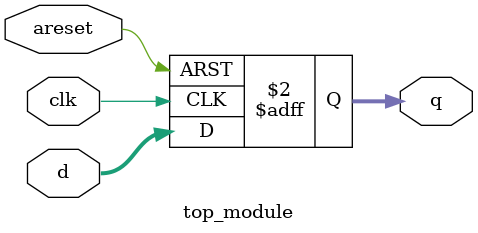
<source format=sv>
module top_module(
    input clk,
    input [7:0] d,
    input areset,
    output reg [7:0] q);

    always @(posedge clk or posedge areset) begin
        if (areset) 
            q <= 8'b0;
        else 
            q <= d;
    end

endmodule

</source>
